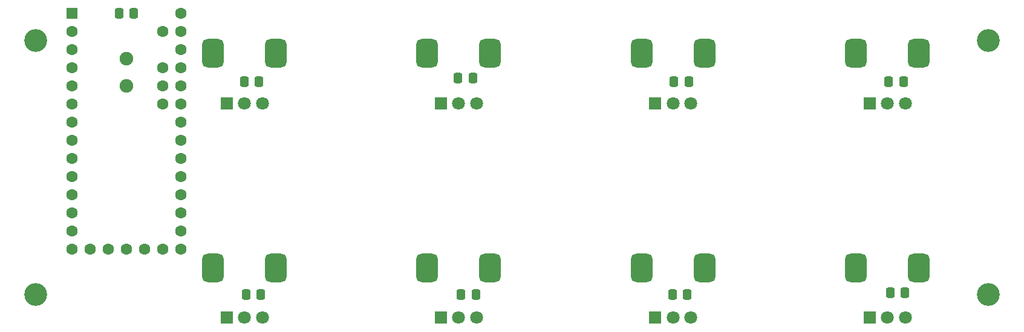
<source format=gbr>
%TF.GenerationSoftware,KiCad,Pcbnew,(6.0.10-0)*%
%TF.CreationDate,2023-01-22T14:07:56+10:30*%
%TF.ProjectId,16p,3136702e-6b69-4636-9164-5f7063625858,rev?*%
%TF.SameCoordinates,Original*%
%TF.FileFunction,Soldermask,Bot*%
%TF.FilePolarity,Negative*%
%FSLAX46Y46*%
G04 Gerber Fmt 4.6, Leading zero omitted, Abs format (unit mm)*
G04 Created by KiCad (PCBNEW (6.0.10-0)) date 2023-01-22 14:07:56*
%MOMM*%
%LPD*%
G01*
G04 APERTURE LIST*
G04 Aperture macros list*
%AMRoundRect*
0 Rectangle with rounded corners*
0 $1 Rounding radius*
0 $2 $3 $4 $5 $6 $7 $8 $9 X,Y pos of 4 corners*
0 Add a 4 corners polygon primitive as box body*
4,1,4,$2,$3,$4,$5,$6,$7,$8,$9,$2,$3,0*
0 Add four circle primitives for the rounded corners*
1,1,$1+$1,$2,$3*
1,1,$1+$1,$4,$5*
1,1,$1+$1,$6,$7*
1,1,$1+$1,$8,$9*
0 Add four rect primitives between the rounded corners*
20,1,$1+$1,$2,$3,$4,$5,0*
20,1,$1+$1,$4,$5,$6,$7,0*
20,1,$1+$1,$6,$7,$8,$9,0*
20,1,$1+$1,$8,$9,$2,$3,0*%
G04 Aperture macros list end*
%ADD10R,1.800000X1.800000*%
%ADD11C,1.800000*%
%ADD12RoundRect,0.750000X0.750000X-1.250000X0.750000X1.250000X-0.750000X1.250000X-0.750000X-1.250000X0*%
%ADD13R,1.600000X1.600000*%
%ADD14C,1.600000*%
%ADD15C,1.900000*%
%ADD16C,3.200000*%
%ADD17RoundRect,0.250000X-0.337500X-0.475000X0.337500X-0.475000X0.337500X0.475000X-0.337500X0.475000X0*%
%ADD18RoundRect,0.250000X0.337500X0.475000X-0.337500X0.475000X-0.337500X-0.475000X0.337500X-0.475000X0*%
G04 APERTURE END LIST*
D10*
%TO.C,RV13*%
X121774178Y-13851846D03*
D11*
X124274178Y-13851846D03*
X126774178Y-13851846D03*
D12*
X119874178Y-6851846D03*
X128674178Y-6851846D03*
%TD*%
D10*
%TO.C,RV14*%
X121774178Y-43851846D03*
D11*
X124274178Y-43851846D03*
X126774178Y-43851846D03*
D12*
X119874178Y-36851846D03*
X128674178Y-36851846D03*
%TD*%
D10*
%TO.C,RV9*%
X91774178Y-13851846D03*
D11*
X94274178Y-13851846D03*
X96774178Y-13851846D03*
D12*
X98674178Y-6851846D03*
X89874178Y-6851846D03*
%TD*%
D10*
%TO.C,RV2*%
X31774178Y-43851846D03*
D11*
X34274178Y-43851846D03*
X36774178Y-43851846D03*
D12*
X29874178Y-36851846D03*
X38674178Y-36851846D03*
%TD*%
D10*
%TO.C,RV6*%
X61774178Y-43851846D03*
D11*
X64274178Y-43851846D03*
X66774178Y-43851846D03*
D12*
X59874178Y-36851846D03*
X68674178Y-36851846D03*
%TD*%
D10*
%TO.C,RV5*%
X61774178Y-13851846D03*
D11*
X64274178Y-13851846D03*
X66774178Y-13851846D03*
D12*
X59874178Y-6851846D03*
X68674178Y-6851846D03*
%TD*%
D13*
%TO.C,U3*%
X10160000Y-1270000D03*
D14*
X10160000Y-3810000D03*
X10160000Y-6350000D03*
X10160000Y-8890000D03*
X10160000Y-11430000D03*
X10160000Y-13970000D03*
X10160000Y-16510000D03*
X10160000Y-19050000D03*
X10160000Y-21590000D03*
X10160000Y-24130000D03*
X10160000Y-26670000D03*
X10160000Y-29210000D03*
X10160000Y-31750000D03*
X10160000Y-34290000D03*
X12700000Y-34290000D03*
X15240000Y-34290000D03*
X17780000Y-34290000D03*
X20320000Y-34290000D03*
X22860000Y-34290000D03*
X25400000Y-34290000D03*
X25400000Y-31750000D03*
X25400000Y-29210000D03*
X25400000Y-26670000D03*
X25400000Y-24130000D03*
X25400000Y-21590000D03*
X25400000Y-19050000D03*
X25400000Y-16510000D03*
X25400000Y-13970000D03*
X25400000Y-11430000D03*
X25400000Y-8890000D03*
X25400000Y-6350000D03*
X25400000Y-3810000D03*
X25400000Y-1270000D03*
X22860000Y-3810000D03*
X22860000Y-8890000D03*
X22860000Y-11430000D03*
X22860000Y-13970000D03*
D15*
X17780000Y-11430000D03*
X17780000Y-7620000D03*
%TD*%
D16*
%TO.C,H4*%
X138430000Y-40640000D03*
%TD*%
%TO.C,H3*%
X5080000Y-40640000D03*
%TD*%
%TO.C,H2*%
X138430000Y-5080000D03*
%TD*%
D10*
%TO.C,RV1*%
X31774178Y-13851846D03*
D11*
X34274178Y-13851846D03*
X36774178Y-13851846D03*
D12*
X29874178Y-6851846D03*
X38674178Y-6851846D03*
%TD*%
D16*
%TO.C,H1*%
X5080000Y-5080000D03*
%TD*%
D10*
%TO.C,RV10*%
X91774178Y-43851846D03*
D11*
X94274178Y-43851846D03*
X96774178Y-43851846D03*
D12*
X89874178Y-36851846D03*
X98674178Y-36851846D03*
%TD*%
D17*
%TO.C,C17*%
X124460000Y-10785000D03*
X126535000Y-10785000D03*
%TD*%
%TO.C,C18*%
X124692500Y-40351846D03*
X126767500Y-40351846D03*
%TD*%
%TO.C,C5*%
X34252500Y-10785000D03*
X36327500Y-10785000D03*
%TD*%
%TO.C,C10*%
X64600004Y-40640000D03*
X66675004Y-40640000D03*
%TD*%
%TO.C,C9*%
X64182918Y-10280000D03*
X66257918Y-10280000D03*
%TD*%
%TO.C,C6*%
X34487178Y-40640000D03*
X36562178Y-40640000D03*
%TD*%
%TO.C,C13*%
X94390832Y-10785000D03*
X96465832Y-10785000D03*
%TD*%
D18*
%TO.C,C2*%
X18817500Y-1270000D03*
X16742500Y-1270000D03*
%TD*%
D17*
%TO.C,C14*%
X94212500Y-40640000D03*
X96287500Y-40640000D03*
%TD*%
M02*

</source>
